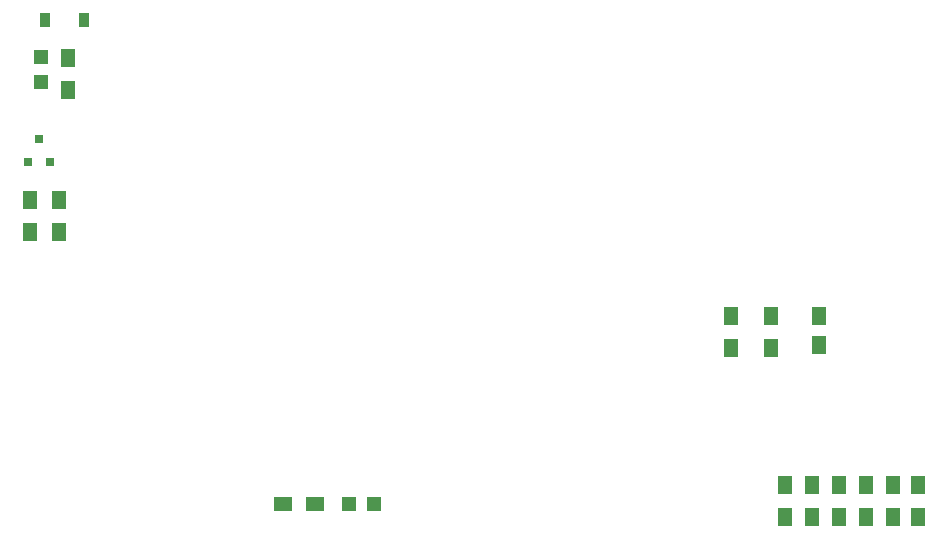
<source format=gbr>
G04 #@! TF.FileFunction,Paste,Top*
%FSLAX46Y46*%
G04 Gerber Fmt 4.6, Leading zero omitted, Abs format (unit mm)*
G04 Created by KiCad (PCBNEW 4.0.4-stable) date 02/12/17 18:05:12*
%MOMM*%
%LPD*%
G01*
G04 APERTURE LIST*
%ADD10C,0.100000*%
%ADD11R,1.300000X1.500000*%
%ADD12R,1.250000X1.500000*%
%ADD13R,1.198880X1.198880*%
%ADD14R,0.910000X1.220000*%
%ADD15R,0.800100X0.800100*%
%ADD16R,1.500000X1.300000*%
G04 APERTURE END LIST*
D10*
D11*
X181991000Y-115523000D03*
X181991000Y-112823000D03*
D12*
X182626000Y-98445000D03*
X182626000Y-100945000D03*
D13*
X116713000Y-76547980D03*
X116713000Y-78646020D03*
D14*
X117110000Y-73406000D03*
X120380000Y-73406000D03*
D15*
X115636000Y-85455760D03*
X117536000Y-85455760D03*
X116586000Y-83456780D03*
D11*
X118237000Y-91393000D03*
X118237000Y-88693000D03*
X118999000Y-79328000D03*
X118999000Y-76628000D03*
X115824000Y-88693000D03*
X115824000Y-91393000D03*
X179705000Y-115523000D03*
X179705000Y-112823000D03*
X184277000Y-115523000D03*
X184277000Y-112823000D03*
X186563000Y-112823000D03*
X186563000Y-115523000D03*
X188849000Y-112823000D03*
X188849000Y-115523000D03*
D13*
X144940020Y-114427000D03*
X142841980Y-114427000D03*
D16*
X137207000Y-114427000D03*
X139907000Y-114427000D03*
D11*
X178562000Y-101172000D03*
X178562000Y-98472000D03*
X175133000Y-101172000D03*
X175133000Y-98472000D03*
X191008000Y-115523000D03*
X191008000Y-112823000D03*
M02*

</source>
